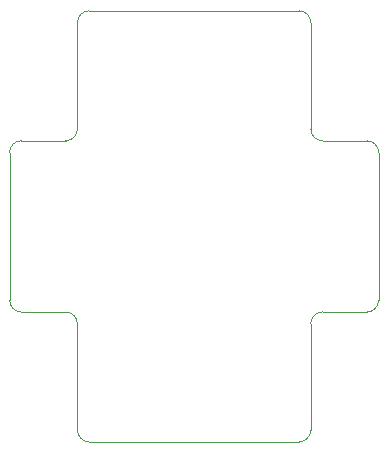
<source format=gbr>
%TF.GenerationSoftware,KiCad,Pcbnew,8.0.7*%
%TF.CreationDate,2025-04-11T02:04:02-04:00*%
%TF.ProjectId,2M_4F,324d5f34-462e-46b6-9963-61645f706362,rev?*%
%TF.SameCoordinates,Original*%
%TF.FileFunction,Profile,NP*%
%FSLAX46Y46*%
G04 Gerber Fmt 4.6, Leading zero omitted, Abs format (unit mm)*
G04 Created by KiCad (PCBNEW 8.0.7) date 2025-04-11 02:04:02*
%MOMM*%
%LPD*%
G01*
G04 APERTURE LIST*
%TA.AperFunction,Profile*%
%ADD10C,0.050000*%
%TD*%
G04 APERTURE END LIST*
D10*
X90500000Y-26000000D02*
G75*
G02*
X91500000Y-25000000I1000000J0D01*
G01*
X91500000Y-61500000D02*
G75*
G02*
X90500000Y-60500000I0J1000000D01*
G01*
X84750000Y-37000000D02*
G75*
G02*
X85750000Y-36000000I1000000J0D01*
G01*
X91500000Y-61500000D02*
X109250000Y-61500000D01*
X85750000Y-50500000D02*
G75*
G02*
X84750000Y-49500000I0J1000000D01*
G01*
X111250000Y-50500000D02*
X115000000Y-50500000D01*
X110250000Y-51500000D02*
G75*
G02*
X111250000Y-50500000I1000000J0D01*
G01*
X90500000Y-35000000D02*
G75*
G02*
X89500000Y-36000000I-1000000J0D01*
G01*
X90500000Y-35000000D02*
X90500000Y-26000000D01*
X115000000Y-36000000D02*
X111250000Y-36000000D01*
X89500000Y-36000000D02*
X85750000Y-36000000D01*
X111250000Y-36000000D02*
G75*
G02*
X110250000Y-35000000I0J1000000D01*
G01*
X109250000Y-25000000D02*
G75*
G02*
X110250000Y-26000000I0J-1000000D01*
G01*
X115000000Y-36000000D02*
G75*
G02*
X116000000Y-37000000I0J-1000000D01*
G01*
X84750000Y-49500000D02*
X84750000Y-37000000D01*
X85750000Y-50500000D02*
X89500000Y-50500000D01*
X116000000Y-37000000D02*
X116000000Y-49500000D01*
X110250000Y-60500000D02*
G75*
G02*
X109250000Y-61500000I-1000000J0D01*
G01*
X89500000Y-50500000D02*
G75*
G02*
X90500000Y-51500000I0J-1000000D01*
G01*
X116000000Y-49500000D02*
G75*
G02*
X115000000Y-50500000I-1000000J0D01*
G01*
X91500000Y-25000000D02*
X109250000Y-25000000D01*
X110250000Y-35000000D02*
X110250000Y-26000000D01*
X110250000Y-51500000D02*
X110250000Y-60500000D01*
X90500000Y-51500000D02*
X90500000Y-60500000D01*
M02*

</source>
